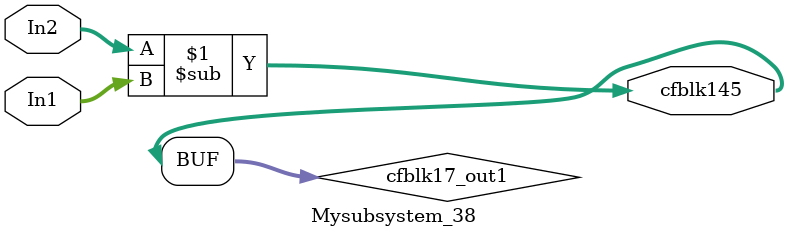
<source format=v>



`timescale 1 ns / 1 ns

module Mysubsystem_38
          (In1,
           In2,
           cfblk145);


  input   [7:0] In1;  // uint8
  input   [7:0] In2;  // uint8
  output  [7:0] cfblk145;  // uint8


  wire [7:0] cfblk17_out1;  // uint8


  assign cfblk17_out1 = In2 - In1;



  assign cfblk145 = cfblk17_out1;

endmodule  // Mysubsystem_38


</source>
